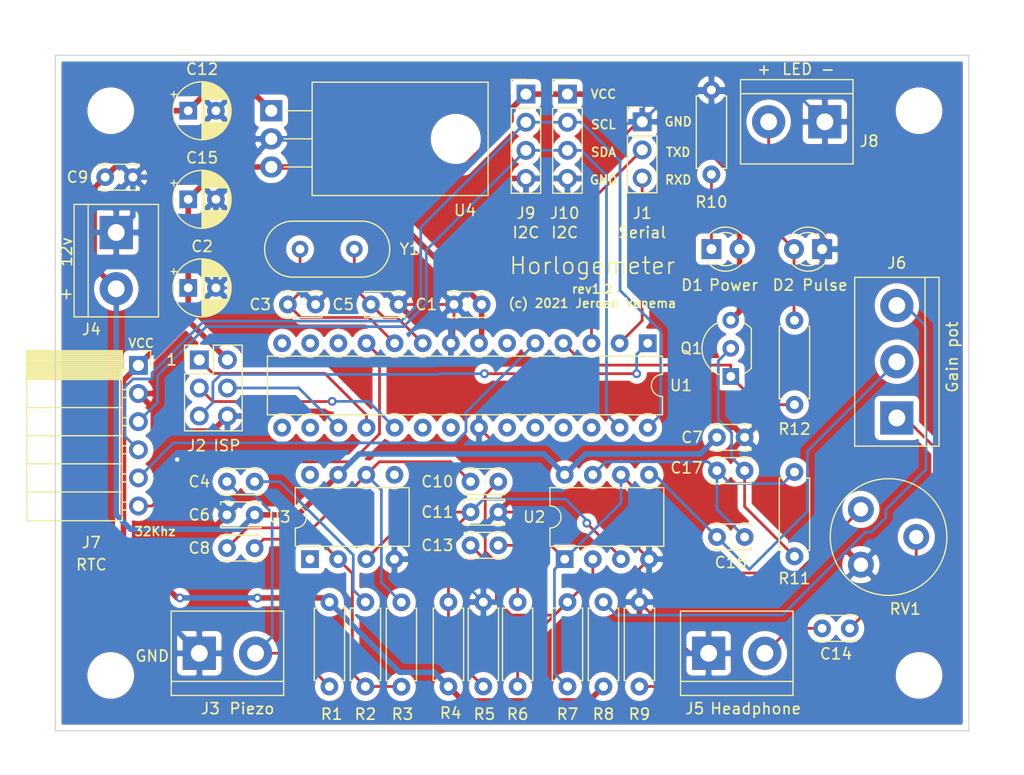
<source format=kicad_pcb>
(kicad_pcb (version 20171130) (host pcbnew 5.1.9-73d0e3b20d~88~ubuntu20.04.1)
  (title_block (date 2021-01-25) (rev 1.2))
  (layers (0 F.Cu signal) (31 B.Cu signal) (34 B.Paste user) (35 F.Paste user) (36 B.SilkS user) (37 F.SilkS user) (38 B.Mask user) (39 F.Mask user) (44 Edge.Cuts user))
  (net 0 "")
  (net 1 GND)
  (net 2 VCC)
  (net 3 "Net-(C3-Pad1)")
  (net 4 "Net-(C4-Pad2)")
  (net 5 "Net-(C4-Pad1)")
  (net 6 "Net-(C5-Pad1)")
  (net 7 +12V)
  (net 8 "Net-(C8-Pad2)")
  (net 9 "Net-(C10-Pad2)")
  (net 10 "Net-(C10-Pad1)")
  (net 11 "Net-(C11-Pad1)")
  (net 12 "Net-(C13-Pad2)")
  (net 13 "Net-(C13-Pad1)")
  (net 14 "Net-(C14-Pad2)")
  (net 15 "Net-(C14-Pad1)")
  (net 16 "Net-(C16-Pad2)")
  (net 17 "Net-(C16-Pad1)")
  (net 18 "Net-(C17-Pad2)")
  (net 19 "Net-(D1-Pad1)")
  (net 20 "Net-(D2-Pad2)")
  (net 21 /RXD)
  (net 22 /TXD)
  (net 23 "Net-(J2-Pad5)")
  (net 24 "Net-(J2-Pad4)")
  (net 25 "Net-(J2-Pad3)")
  (net 26 "Net-(J2-Pad1)")
  (net 27 "Net-(J6-Pad3)")
  (net 28 "Net-(J6-Pad1)")
  (net 29 /32Khz)
  (net 30 "Net-(J7-Pad5)")
  (net 31 /SCL)
  (net 32 /SDA)
  (net 33 "Net-(Q1-Pad1)")
  (net 34 "Net-(U1-Pad14)")
  (net 35 "Net-(U1-Pad13)")
  (net 36 "Net-(U1-Pad26)")
  (net 37 "Net-(U1-Pad12)")
  (net 38 "Net-(U1-Pad25)")
  (net 39 "Net-(U1-Pad24)")
  (net 40 "Net-(U1-Pad23)")
  (net 41 "Net-(U1-Pad21)")
  (net 42 "Net-(U1-Pad20)")
  (net 43 "Net-(U1-Pad6)")
  (net 44 "Net-(U1-Pad16)")
  (net 45 "Net-(U1-Pad15)")
  (net 46 "Net-(U3-Pad8)")
  (net 47 "Net-(U3-Pad5)")
  (net 48 "Net-(U3-Pad1)")
  (module Capacitor_THT:C_Disc_D3.4mm_W2.1mm_P2.50mm (layer F.Cu) (at 147.25 118.5 180)
    (fp_text reference C16 (at 1.25 -2.3) (layer F.SilkS))
    (fp_text value 1u)
    (pad 2 thru_hole circle (at 2.5 0 180) (size 1.6 1.6) (drill 0.8) (layers *.Cu *.Mask) (net 16 "Net-(C16-Pad2)"))
    (pad 1 thru_hole circle (at 0 0 180) (size 1.6 1.6) (drill 0.8) (layers *.Cu *.Mask) (net 17 "Net-(C16-Pad1)"))
  )
  (module MountingHole:MountingHole_3.2mm_M3 (layer F.Cu) (at 163 80)
    (fp_text reference REF** hide)
    (fp_text value MountingHole_3.2mm_M3)
    (pad 1 np_thru_hole circle (at 0 0) (size 3.2 3.2) (drill 3.2) (layers *.Cu *.Mask))
  )
  (module MountingHole:MountingHole_3.2mm_M3 (layer F.Cu) (at 163 131)
    (fp_text reference REF** hide)
    (fp_text value MountingHole_3.2mm_M3)
    (pad 1 np_thru_hole circle (at 0 0) (size 3.2 3.2) (drill 3.2) (layers *.Cu *.Mask))
  )
  (module MountingHole:MountingHole_3.2mm_M3 (layer F.Cu) (at 90 131)
    (fp_text reference REF** hide)
    (fp_text value MountingHole_3.2mm_M3)
    (pad 1 np_thru_hole circle (at 0 0) (size 3.2 3.2) (drill 3.2) (layers *.Cu *.Mask))
  )
  (module MountingHole:MountingHole_3.2mm_M3 (layer F.Cu) (at 90 80)
    (fp_text reference REF** hide)
    (fp_text value MountingHole_3.2mm_M3)
    (pad 1 np_thru_hole circle (at 0 0) (size 3.2 3.2) (drill 3.2) (layers *.Cu *.Mask))
  )
  (module Package_TO_SOT_THT:TO-220-3_Horizontal_TabDown (layer F.Cu) (at 104.5 80 270)
    (fp_text reference U4 (at 9 -17.5 180) (layer F.SilkS))
    (fp_text value L7805)
    (pad 3 thru_hole oval (at 5.08 0 270) (size 1.905 2) (drill 1.1) (layers *.Cu *.Mask) (net 2 VCC))
    (pad 2 thru_hole oval (at 2.54 0 270) (size 1.905 2) (drill 1.1) (layers *.Cu *.Mask) (net 1 GND))
    (pad 1 thru_hole rect (at 0 0 270) (size 1.905 2) (drill 1.1) (layers *.Cu *.Mask) (net 7 +12V))
    (pad "" np_thru_hole oval (at 2.54 -16.66 270) (size 3.5 3.5) (drill 3.5) (layers *.Cu *.Mask))
  )
  (module Crystal:Crystal_HC18-U_Vertical (layer F.Cu) (at 107.1 92.5)
    (fp_text reference Y1 (at 9.9 0) (layer F.SilkS))
    (fp_text value 16Mhz)
    (pad 2 thru_hole circle (at 4.9 0) (size 1.5 1.5) (drill 0.8) (layers *.Cu *.Mask) (net 6 "Net-(C5-Pad1)"))
    (pad 1 thru_hole circle (at 0 0) (size 1.5 1.5) (drill 0.8) (layers *.Cu *.Mask) (net 3 "Net-(C3-Pad1)"))
  )
  (module Package_DIP:DIP-8_W7.62mm (layer F.Cu) (at 108 120.5 90)
    (fp_text reference U3 (at 3.81 -2.75 180) (layer F.SilkS))
    (fp_text value OPA37GP)
    (pad 8 thru_hole oval (at 7.62 0 90) (size 1.6 1.6) (drill 0.8) (layers *.Cu *.Mask) (net 46 "Net-(U3-Pad8)"))
    (pad 4 thru_hole oval (at 0 7.62 90) (size 1.6 1.6) (drill 0.8) (layers *.Cu *.Mask) (net 1 GND))
    (pad 7 thru_hole oval (at 7.62 2.54 90) (size 1.6 1.6) (drill 0.8) (layers *.Cu *.Mask) (net 7 +12V))
    (pad 3 thru_hole oval (at 0 5.08 90) (size 1.6 1.6) (drill 0.8) (layers *.Cu *.Mask) (net 11 "Net-(C11-Pad1)"))
    (pad 6 thru_hole oval (at 7.62 5.08 90) (size 1.6 1.6) (drill 0.8) (layers *.Cu *.Mask) (net 9 "Net-(C10-Pad2)"))
    (pad 2 thru_hole oval (at 0 2.54 90) (size 1.6 1.6) (drill 0.8) (layers *.Cu *.Mask) (net 8 "Net-(C8-Pad2)"))
    (pad 5 thru_hole oval (at 7.62 7.62 90) (size 1.6 1.6) (drill 0.8) (layers *.Cu *.Mask) (net 47 "Net-(U3-Pad5)"))
    (pad 1 thru_hole rect (at 0 0 90) (size 1.6 1.6) (drill 0.8) (layers *.Cu *.Mask) (net 48 "Net-(U3-Pad1)"))
  )
  (module Package_DIP:DIP-8_W7.62mm (layer F.Cu) (at 131 120.5 90)
    (fp_text reference U2 (at 3.81 -2.75 180) (layer F.SilkS))
    (fp_text value TL072)
    (pad 8 thru_hole oval (at 7.62 0 90) (size 1.6 1.6) (drill 0.8) (layers *.Cu *.Mask) (net 7 +12V))
    (pad 4 thru_hole oval (at 0 7.62 90) (size 1.6 1.6) (drill 0.8) (layers *.Cu *.Mask) (net 1 GND))
    (pad 7 thru_hole oval (at 7.62 2.54 90) (size 1.6 1.6) (drill 0.8) (layers *.Cu *.Mask) (net 17 "Net-(C16-Pad1)"))
    (pad 3 thru_hole oval (at 0 5.08 90) (size 1.6 1.6) (drill 0.8) (layers *.Cu *.Mask) (net 11 "Net-(C11-Pad1)"))
    (pad 6 thru_hole oval (at 7.62 5.08 90) (size 1.6 1.6) (drill 0.8) (layers *.Cu *.Mask) (net 13 "Net-(C13-Pad1)"))
    (pad 2 thru_hole oval (at 0 2.54 90) (size 1.6 1.6) (drill 0.8) (layers *.Cu *.Mask) (net 12 "Net-(C13-Pad2)"))
    (pad 5 thru_hole oval (at 7.62 7.62 90) (size 1.6 1.6) (drill 0.8) (layers *.Cu *.Mask) (net 16 "Net-(C16-Pad2)"))
    (pad 1 thru_hole rect (at 0 0 90) (size 1.6 1.6) (drill 0.8) (layers *.Cu *.Mask) (net 13 "Net-(C13-Pad1)"))
  )
  (module Package_DIP:DIP-28_W7.62mm (layer F.Cu) (at 138.5 101 270)
    (fp_text reference U1 (at 3.81 -3 180) (layer F.SilkS))
    (fp_text value ATmega328P-PU)
    (pad 28 thru_hole oval (at 7.62 0 270) (size 1.6 1.6) (drill 0.8) (layers *.Cu *.Mask) (net 31 /SCL))
    (pad 14 thru_hole oval (at 0 33.02 270) (size 1.6 1.6) (drill 0.8) (layers *.Cu *.Mask) (net 34 "Net-(U1-Pad14)"))
    (pad 27 thru_hole oval (at 7.62 2.54 270) (size 1.6 1.6) (drill 0.8) (layers *.Cu *.Mask) (net 32 /SDA))
    (pad 13 thru_hole oval (at 0 30.48 270) (size 1.6 1.6) (drill 0.8) (layers *.Cu *.Mask) (net 35 "Net-(U1-Pad13)"))
    (pad 26 thru_hole oval (at 7.62 5.08 270) (size 1.6 1.6) (drill 0.8) (layers *.Cu *.Mask) (net 36 "Net-(U1-Pad26)"))
    (pad 12 thru_hole oval (at 0 27.94 270) (size 1.6 1.6) (drill 0.8) (layers *.Cu *.Mask) (net 37 "Net-(U1-Pad12)"))
    (pad 25 thru_hole oval (at 7.62 7.62 270) (size 1.6 1.6) (drill 0.8) (layers *.Cu *.Mask) (net 38 "Net-(U1-Pad25)"))
    (pad 11 thru_hole oval (at 0 25.4 270) (size 1.6 1.6) (drill 0.8) (layers *.Cu *.Mask) (net 29 /32Khz))
    (pad 24 thru_hole oval (at 7.62 10.16 270) (size 1.6 1.6) (drill 0.8) (layers *.Cu *.Mask) (net 39 "Net-(U1-Pad24)"))
    (pad 10 thru_hole oval (at 0 22.86 270) (size 1.6 1.6) (drill 0.8) (layers *.Cu *.Mask) (net 3 "Net-(C3-Pad1)"))
    (pad 23 thru_hole oval (at 7.62 12.7 270) (size 1.6 1.6) (drill 0.8) (layers *.Cu *.Mask) (net 40 "Net-(U1-Pad23)"))
    (pad 9 thru_hole oval (at 0 20.32 270) (size 1.6 1.6) (drill 0.8) (layers *.Cu *.Mask) (net 6 "Net-(C5-Pad1)"))
    (pad 22 thru_hole oval (at 7.62 15.24 270) (size 1.6 1.6) (drill 0.8) (layers *.Cu *.Mask) (net 1 GND))
    (pad 8 thru_hole oval (at 0 17.78 270) (size 1.6 1.6) (drill 0.8) (layers *.Cu *.Mask) (net 1 GND))
    (pad 21 thru_hole oval (at 7.62 17.78 270) (size 1.6 1.6) (drill 0.8) (layers *.Cu *.Mask) (net 41 "Net-(U1-Pad21)"))
    (pad 7 thru_hole oval (at 0 15.24 270) (size 1.6 1.6) (drill 0.8) (layers *.Cu *.Mask) (net 2 VCC))
    (pad 20 thru_hole oval (at 7.62 20.32 270) (size 1.6 1.6) (drill 0.8) (layers *.Cu *.Mask) (net 42 "Net-(U1-Pad20)"))
    (pad 6 thru_hole oval (at 0 12.7 270) (size 1.6 1.6) (drill 0.8) (layers *.Cu *.Mask) (net 43 "Net-(U1-Pad6)"))
    (pad 19 thru_hole oval (at 7.62 22.86 270) (size 1.6 1.6) (drill 0.8) (layers *.Cu *.Mask) (net 25 "Net-(J2-Pad3)"))
    (pad 5 thru_hole oval (at 0 10.16 270) (size 1.6 1.6) (drill 0.8) (layers *.Cu *.Mask) (net 30 "Net-(J7-Pad5)"))
    (pad 18 thru_hole oval (at 7.62 25.4 270) (size 1.6 1.6) (drill 0.8) (layers *.Cu *.Mask) (net 26 "Net-(J2-Pad1)"))
    (pad 4 thru_hole oval (at 0 7.62 270) (size 1.6 1.6) (drill 0.8) (layers *.Cu *.Mask) (net 33 "Net-(Q1-Pad1)"))
    (pad 17 thru_hole oval (at 7.62 27.94 270) (size 1.6 1.6) (drill 0.8) (layers *.Cu *.Mask) (net 24 "Net-(J2-Pad4)"))
    (pad 3 thru_hole oval (at 0 5.08 270) (size 1.6 1.6) (drill 0.8) (layers *.Cu *.Mask) (net 22 /TXD))
    (pad 16 thru_hole oval (at 7.62 30.48 270) (size 1.6 1.6) (drill 0.8) (layers *.Cu *.Mask) (net 44 "Net-(U1-Pad16)"))
    (pad 2 thru_hole oval (at 0 2.54 270) (size 1.6 1.6) (drill 0.8) (layers *.Cu *.Mask) (net 21 /RXD))
    (pad 15 thru_hole oval (at 7.62 33.02 270) (size 1.6 1.6) (drill 0.8) (layers *.Cu *.Mask) (net 45 "Net-(U1-Pad15)"))
    (pad 1 thru_hole rect (at 0 0 270) (size 1.6 1.6) (drill 0.8) (layers *.Cu *.Mask) (net 23 "Net-(J2-Pad5)"))
  )
  (module Potentiometer_THT:Potentiometer_Piher_PT-10-V05_Vertical (layer F.Cu) (at 157.75 121)
    (fp_text reference RV1 (at 4 4) (layer F.SilkS))
    (fp_text value 10k)
    (pad 1 thru_hole circle (at 0 0) (size 2.34 2.34) (drill 1.3) (layers *.Cu *.Mask) (net 1 GND))
    (pad 2 thru_hole circle (at 5 -2.5) (size 2.34 2.34) (drill 1.3) (layers *.Cu *.Mask) (net 15 "Net-(C14-Pad1)"))
    (pad 3 thru_hole circle (at 0 -5) (size 2.34 2.34) (drill 1.3) (layers *.Cu *.Mask) (net 13 "Net-(C13-Pad1)"))
  )
  (module Resistor_THT:R_Axial_DIN0207_L6.3mm_D2.5mm_P7.62mm_Horizontal (layer F.Cu) (at 151.75 106.55 90)
    (fp_text reference R12 (at -2.2 0 180) (layer F.SilkS))
    (fp_text value 1k)
    (pad 2 thru_hole oval (at 7.62 0 90) (size 1.6 1.6) (drill 0.8) (layers *.Cu *.Mask) (net 20 "Net-(D2-Pad2)"))
    (pad 1 thru_hole circle (at 0 0 90) (size 1.6 1.6) (drill 0.8) (layers *.Cu *.Mask) (net 33 "Net-(Q1-Pad1)"))
  )
  (module Resistor_THT:R_Axial_DIN0207_L6.3mm_D2.5mm_P7.62mm_Horizontal (layer F.Cu) (at 151.75 120.25 90)
    (fp_text reference R11 (at -2 0 180) (layer F.SilkS))
    (fp_text value 10k)
    (pad 2 thru_hole oval (at 7.62 0 90) (size 1.6 1.6) (drill 0.8) (layers *.Cu *.Mask) (net 17 "Net-(C16-Pad1)"))
    (pad 1 thru_hole circle (at 0 0 90) (size 1.6 1.6) (drill 0.8) (layers *.Cu *.Mask) (net 18 "Net-(C17-Pad2)"))
  )
  (module Resistor_THT:R_Axial_DIN0207_L6.3mm_D2.5mm_P7.62mm_Horizontal (layer F.Cu) (at 144.25 85.75 90)
    (fp_text reference R10 (at -2.5 0 180) (layer F.SilkS))
    (fp_text value 1k)
    (pad 2 thru_hole oval (at 7.62 0 90) (size 1.6 1.6) (drill 0.8) (layers *.Cu *.Mask) (net 1 GND))
    (pad 1 thru_hole circle (at 0 0 90) (size 1.6 1.6) (drill 0.8) (layers *.Cu *.Mask) (net 19 "Net-(D1-Pad1)"))
  )
  (module Resistor_THT:R_Axial_DIN0207_L6.3mm_D2.5mm_P7.62mm_Horizontal (layer F.Cu) (at 137.75 132 90)
    (fp_text reference R9 (at -2.5 0 180) (layer F.SilkS))
    (fp_text value 10k)
    (pad 2 thru_hole oval (at 7.62 0 90) (size 1.6 1.6) (drill 0.8) (layers *.Cu *.Mask) (net 1 GND))
    (pad 1 thru_hole circle (at 0 0 90) (size 1.6 1.6) (drill 0.8) (layers *.Cu *.Mask) (net 28 "Net-(J6-Pad1)"))
  )
  (module Resistor_THT:R_Axial_DIN0207_L6.3mm_D2.5mm_P7.62mm_Horizontal (layer F.Cu) (at 134.5 132 90)
    (fp_text reference R8 (at -2.5 0 180) (layer F.SilkS))
    (fp_text value 10k)
    (pad 2 thru_hole oval (at 7.62 0 90) (size 1.6 1.6) (drill 0.8) (layers *.Cu *.Mask) (net 27 "Net-(J6-Pad3)"))
    (pad 1 thru_hole circle (at 0 0 90) (size 1.6 1.6) (drill 0.8) (layers *.Cu *.Mask) (net 2 VCC))
  )
  (module Resistor_THT:R_Axial_DIN0207_L6.3mm_D2.5mm_P7.62mm_Horizontal (layer F.Cu) (at 131.25 132 90)
    (fp_text reference R7 (at -2.5 0 180) (layer F.SilkS))
    (fp_text value 470k)
    (pad 2 thru_hole oval (at 7.62 0 90) (size 1.6 1.6) (drill 0.8) (layers *.Cu *.Mask) (net 12 "Net-(C13-Pad2)"))
    (pad 1 thru_hole circle (at 0 0 90) (size 1.6 1.6) (drill 0.8) (layers *.Cu *.Mask) (net 13 "Net-(C13-Pad1)"))
  )
  (module Resistor_THT:R_Axial_DIN0207_L6.3mm_D2.5mm_P7.62mm_Horizontal (layer F.Cu) (at 126.75 132 90)
    (fp_text reference R6 (at -2.5 0 180) (layer F.SilkS))
    (fp_text value 4k7)
    (pad 2 thru_hole oval (at 7.62 0 90) (size 1.6 1.6) (drill 0.8) (layers *.Cu *.Mask) (net 10 "Net-(C10-Pad1)"))
    (pad 1 thru_hole circle (at 0 0 90) (size 1.6 1.6) (drill 0.8) (layers *.Cu *.Mask) (net 12 "Net-(C13-Pad2)"))
  )
  (module Resistor_THT:R_Axial_DIN0207_L6.3mm_D2.5mm_P7.62mm_Horizontal (layer F.Cu) (at 123.65 132 90)
    (fp_text reference R5 (at -2.5 0.1 180) (layer F.SilkS))
    (fp_text value 10k)
    (pad 2 thru_hole oval (at 7.62 0 90) (size 1.6 1.6) (drill 0.8) (layers *.Cu *.Mask) (net 1 GND))
    (pad 1 thru_hole circle (at 0 0 90) (size 1.6 1.6) (drill 0.8) (layers *.Cu *.Mask) (net 11 "Net-(C11-Pad1)"))
  )
  (module Resistor_THT:R_Axial_DIN0207_L6.3mm_D2.5mm_P7.62mm_Horizontal (layer F.Cu) (at 120.5 132 90)
    (fp_text reference R4 (at -2.4 0.2 180) (layer F.SilkS))
    (fp_text value 10k)
    (pad 2 thru_hole oval (at 7.62 0 90) (size 1.6 1.6) (drill 0.8) (layers *.Cu *.Mask) (net 11 "Net-(C11-Pad1)"))
    (pad 1 thru_hole circle (at 0 0 90) (size 1.6 1.6) (drill 0.8) (layers *.Cu *.Mask) (net 2 VCC))
  )
  (module Resistor_THT:R_Axial_DIN0207_L6.3mm_D2.5mm_P7.62mm_Horizontal (layer F.Cu) (at 116.25 124.4 270)
    (fp_text reference R3 (at 10.1 -0.1 180) (layer F.SilkS))
    (fp_text value 470k)
    (pad 2 thru_hole oval (at 7.62 0 270) (size 1.6 1.6) (drill 0.8) (layers *.Cu *.Mask) (net 8 "Net-(C8-Pad2)"))
    (pad 1 thru_hole circle (at 0 0 270) (size 1.6 1.6) (drill 0.8) (layers *.Cu *.Mask) (net 9 "Net-(C10-Pad2)"))
  )
  (module Resistor_THT:R_Axial_DIN0207_L6.3mm_D2.5mm_P7.62mm_Horizontal (layer F.Cu) (at 113 132 90)
    (fp_text reference R2 (at -2.5 0 180) (layer F.SilkS))
    (fp_text value 4k7)
    (pad 2 thru_hole oval (at 7.62 0 90) (size 1.6 1.6) (drill 0.8) (layers *.Cu *.Mask) (net 4 "Net-(C4-Pad2)"))
    (pad 1 thru_hole circle (at 0 0 90) (size 1.6 1.6) (drill 0.8) (layers *.Cu *.Mask) (net 8 "Net-(C8-Pad2)"))
  )
  (module Resistor_THT:R_Axial_DIN0207_L6.3mm_D2.5mm_P7.62mm_Horizontal (layer F.Cu) (at 109.75 132 90)
    (fp_text reference R1 (at -2.5 0.2 180) (layer F.SilkS))
    (fp_text value 22k)
    (pad 2 thru_hole oval (at 7.62 0 90) (size 1.6 1.6) (drill 0.8) (layers *.Cu *.Mask) (net 2 VCC))
    (pad 1 thru_hole circle (at 0 0 90) (size 1.6 1.6) (drill 0.8) (layers *.Cu *.Mask) (net 5 "Net-(C4-Pad1)"))
  )
  (module Package_TO_SOT_THT:TO-92_Inline_Wide (layer F.Cu) (at 146 104 90)
    (fp_text reference Q1 (at 2.54 -3.56 180) (layer F.SilkS))
    (fp_text value BC327)
    (pad 1 thru_hole rect (at 0 0 90) (size 1.5 1.5) (drill 0.8) (layers *.Cu *.Mask) (net 33 "Net-(Q1-Pad1)"))
    (pad 3 thru_hole circle (at 5.08 0 90) (size 1.5 1.5) (drill 0.8) (layers *.Cu *.Mask) (net 2 VCC))
    (pad 2 thru_hole circle (at 2.54 0 90) (size 1.5 1.5) (drill 0.8) (layers *.Cu *.Mask) (net 18 "Net-(C17-Pad2)"))
  )
  (module Connector_PinHeader_2.54mm:PinHeader_1x04_P2.54mm_Vertical (layer F.Cu) (at 131.25 78.5)
    (fp_text reference J10 (at -0.25 10.75) (layer F.SilkS))
    (fp_text value "I2c spare")
    (pad 4 thru_hole oval (at 0 7.62) (size 1.7 1.7) (drill 1) (layers *.Cu *.Mask) (net 1 GND))
    (pad 3 thru_hole oval (at 0 5.08) (size 1.7 1.7) (drill 1) (layers *.Cu *.Mask) (net 32 /SDA))
    (pad 2 thru_hole oval (at 0 2.54) (size 1.7 1.7) (drill 1) (layers *.Cu *.Mask) (net 31 /SCL))
    (pad 1 thru_hole rect (at 0 0) (size 1.7 1.7) (drill 1) (layers *.Cu *.Mask) (net 2 VCC))
  )
  (module Connector_PinHeader_2.54mm:PinHeader_1x04_P2.54mm_Vertical (layer F.Cu) (at 127.5 78.5)
    (fp_text reference J9 (at 0 10.75) (layer F.SilkS))
    (fp_text value "I2c display connector")
    (pad 4 thru_hole oval (at 0 7.62) (size 1.7 1.7) (drill 1) (layers *.Cu *.Mask) (net 1 GND))
    (pad 3 thru_hole oval (at 0 5.08) (size 1.7 1.7) (drill 1) (layers *.Cu *.Mask) (net 32 /SDA))
    (pad 2 thru_hole oval (at 0 2.54) (size 1.7 1.7) (drill 1) (layers *.Cu *.Mask) (net 31 /SCL))
    (pad 1 thru_hole rect (at 0 0) (size 1.7 1.7) (drill 1) (layers *.Cu *.Mask) (net 2 VCC))
  )
  (module TerminalBlock:TerminalBlock_bornier-2_P5.08mm (layer F.Cu) (at 154.5 81 180)
    (fp_text reference J8 (at -4 -1.75) (layer F.SilkS))
    (fp_text value "External LED")
    (pad 2 thru_hole circle (at 5.08 0 180) (size 3 3) (drill 1.52) (layers *.Cu *.Mask) (net 20 "Net-(D2-Pad2)"))
    (pad 1 thru_hole rect (at 0 0 180) (size 3 3) (drill 1.52) (layers *.Cu *.Mask) (net 1 GND))
  )
  (module Connector_PinSocket_2.54mm:PinSocket_1x06_P2.54mm_Horizontal (layer F.Cu) (at 92.5 103)
    (fp_text reference J7 (at -4.25 16) (layer F.SilkS))
    (fp_text value "RTC connector board")
    (pad 6 thru_hole oval (at 0 12.7) (size 1.7 1.7) (drill 1) (layers *.Cu *.Mask) (net 29 /32Khz))
    (pad 5 thru_hole oval (at 0 10.16) (size 1.7 1.7) (drill 1) (layers *.Cu *.Mask) (net 30 "Net-(J7-Pad5)"))
    (pad 4 thru_hole oval (at 0 7.62) (size 1.7 1.7) (drill 1) (layers *.Cu *.Mask) (net 31 /SCL))
    (pad 3 thru_hole oval (at 0 5.08) (size 1.7 1.7) (drill 1) (layers *.Cu *.Mask) (net 32 /SDA))
    (pad 2 thru_hole oval (at 0 2.54) (size 1.7 1.7) (drill 1) (layers *.Cu *.Mask) (net 1 GND))
    (pad 1 thru_hole rect (at 0 0) (size 1.7 1.7) (drill 1) (layers *.Cu *.Mask) (net 2 VCC))
  )
  (module TerminalBlock:TerminalBlock_bornier-3_P5.08mm (layer F.Cu) (at 161 107.75 90)
    (fp_text reference J6 (at 14 0 180) (layer F.SilkS))
    (fp_text value "Gain pot 10k")
    (pad 3 thru_hole circle (at 10.16 0 90) (size 3 3) (drill 1.52) (layers *.Cu *.Mask) (net 27 "Net-(J6-Pad3)"))
    (pad 2 thru_hole circle (at 5.08 0 90) (size 3 3) (drill 1.52) (layers *.Cu *.Mask) (net 16 "Net-(C16-Pad2)"))
    (pad 1 thru_hole rect (at 0 0 90) (size 3 3) (drill 1.52) (layers *.Cu *.Mask) (net 28 "Net-(J6-Pad1)"))
  )
  (module TerminalBlock:TerminalBlock_bornier-2_P5.08mm (layer F.Cu) (at 144 129)
    (fp_text reference J5 (at -1.25 5) (layer F.SilkS))
    (fp_text value Headphones)
    (pad 2 thru_hole circle (at 5.08 0) (size 3 3) (drill 1.52) (layers *.Cu *.Mask) (net 14 "Net-(C14-Pad2)"))
    (pad 1 thru_hole rect (at 0 0) (size 3 3) (drill 1.52) (layers *.Cu *.Mask) (net 1 GND))
  )
  (module TerminalBlock:TerminalBlock_bornier-2_P5.08mm (layer F.Cu) (at 90.5 91 270)
    (fp_text reference J4 (at 8.75 2.25 180) (layer F.SilkS))
    (fp_text value "12v input")
    (pad 2 thru_hole circle (at 5.08 0 270) (size 3 3) (drill 1.52) (layers *.Cu *.Mask) (net 7 +12V))
    (pad 1 thru_hole rect (at 0 0 270) (size 3 3) (drill 1.52) (layers *.Cu *.Mask) (net 1 GND))
  )
  (module TerminalBlock:TerminalBlock_bornier-2_P5.08mm (layer F.Cu) (at 98 129)
    (fp_text reference J3 (at 1 5) (layer F.SilkS))
    (fp_text value "Piezo microphone")
    (pad 2 thru_hole circle (at 5.08 0) (size 3 3) (drill 1.52) (layers *.Cu *.Mask) (net 5 "Net-(C4-Pad1)"))
    (pad 1 thru_hole rect (at 0 0) (size 3 3) (drill 1.52) (layers *.Cu *.Mask) (net 1 GND))
  )
  (module Connector_PinHeader_2.54mm:PinHeader_2x03_P2.54mm_Vertical (layer F.Cu) (at 98 102.5)
    (fp_text reference J2 (at -0.25 7.75) (layer F.SilkS))
    (fp_text value AVR-ISP-6)
    (pad 6 thru_hole oval (at 2.54 5.08) (size 1.7 1.7) (drill 1) (layers *.Cu *.Mask) (net 1 GND))
    (pad 5 thru_hole oval (at 0 5.08) (size 1.7 1.7) (drill 1) (layers *.Cu *.Mask) (net 23 "Net-(J2-Pad5)"))
    (pad 4 thru_hole oval (at 2.54 2.54) (size 1.7 1.7) (drill 1) (layers *.Cu *.Mask) (net 24 "Net-(J2-Pad4)"))
    (pad 3 thru_hole oval (at 0 2.54) (size 1.7 1.7) (drill 1) (layers *.Cu *.Mask) (net 25 "Net-(J2-Pad3)"))
    (pad 2 thru_hole oval (at 2.54 0) (size 1.7 1.7) (drill 1) (layers *.Cu *.Mask) (net 2 VCC))
    (pad 1 thru_hole rect (at 0 0) (size 1.7 1.7) (drill 1) (layers *.Cu *.Mask) (net 26 "Net-(J2-Pad1)"))
  )
  (module Connector_PinHeader_2.54mm:PinHeader_1x03_P2.54mm_Vertical (layer F.Cu) (at 138 81)
    (fp_text reference J1 (at 0 8.25) (layer F.SilkS))
    (fp_text value "Serial header")
    (pad 3 thru_hole oval (at 0 5.08) (size 1.7 1.7) (drill 1) (layers *.Cu *.Mask) (net 21 /RXD))
    (pad 2 thru_hole oval (at 0 2.54) (size 1.7 1.7) (drill 1) (layers *.Cu *.Mask) (net 22 /TXD))
    (pad 1 thru_hole rect (at 0 0) (size 1.7 1.7) (drill 1) (layers *.Cu *.Mask) (net 1 GND))
  )
  (module LED_THT:LED_D3.0mm (layer F.Cu) (at 154.25 92.5 180)
    (fp_text reference D2 (at 3.5 -3.25) (layer F.SilkS))
    (fp_text value Pulse)
    (pad 2 thru_hole circle (at 2.54 0 180) (size 1.8 1.8) (drill 0.9) (layers *.Cu *.Mask) (net 20 "Net-(D2-Pad2)"))
    (pad 1 thru_hole rect (at 0 0 180) (size 1.8 1.8) (drill 0.9) (layers *.Cu *.Mask) (net 1 GND))
  )
  (module LED_THT:LED_D3.0mm (layer F.Cu) (at 144.25 92.5)
    (fp_text reference D1 (at -1.75 3.25) (layer F.SilkS))
    (fp_text value power)
    (pad 2 thru_hole circle (at 2.54 0) (size 1.8 1.8) (drill 0.9) (layers *.Cu *.Mask) (net 2 VCC))
    (pad 1 thru_hole rect (at 0 0) (size 1.8 1.8) (drill 0.9) (layers *.Cu *.Mask) (net 19 "Net-(D1-Pad1)"))
  )
  (module Capacitor_THT:C_Disc_D3.4mm_W2.1mm_P2.50mm (layer F.Cu) (at 144.75 112.5)
    (fp_text reference C17 (at -2.75 -0.25) (layer F.SilkS))
    (fp_text value 10n)
    (pad 2 thru_hole circle (at 2.5 0) (size 1.6 1.6) (drill 0.8) (layers *.Cu *.Mask) (net 18 "Net-(C17-Pad2)"))
    (pad 1 thru_hole circle (at 0 0) (size 1.6 1.6) (drill 0.8) (layers *.Cu *.Mask) (net 17 "Net-(C16-Pad1)"))
  )
  (module Capacitor_THT:CP_Radial_D5.0mm_P2.50mm (layer F.Cu) (at 97 88)
    (fp_text reference C15 (at 1.25 -3.75) (layer F.SilkS))
    (fp_text value 0,1u)
    (pad 2 thru_hole circle (at 2.5 0) (size 1.6 1.6) (drill 0.8) (layers *.Cu *.Mask) (net 1 GND))
    (pad 1 thru_hole rect (at 0 0) (size 1.6 1.6) (drill 0.8) (layers *.Cu *.Mask) (net 2 VCC))
  )
  (module Capacitor_THT:C_Disc_D3.4mm_W2.1mm_P2.50mm (layer F.Cu) (at 156.75 126.75 180)
    (fp_text reference C14 (at 1.25 -2.3) (layer F.SilkS))
    (fp_text value 100n)
    (pad 2 thru_hole circle (at 2.5 0 180) (size 1.6 1.6) (drill 0.8) (layers *.Cu *.Mask) (net 14 "Net-(C14-Pad2)"))
    (pad 1 thru_hole circle (at 0 0 180) (size 1.6 1.6) (drill 0.8) (layers *.Cu *.Mask) (net 15 "Net-(C14-Pad1)"))
  )
  (module Capacitor_THT:C_Disc_D3.4mm_W2.1mm_P2.50mm (layer F.Cu) (at 125 119.25 180)
    (fp_text reference C13 (at 5.5 0) (layer F.SilkS))
    (fp_text value 100p)
    (pad 2 thru_hole circle (at 2.5 0 180) (size 1.6 1.6) (drill 0.8) (layers *.Cu *.Mask) (net 12 "Net-(C13-Pad2)"))
    (pad 1 thru_hole circle (at 0 0 180) (size 1.6 1.6) (drill 0.8) (layers *.Cu *.Mask) (net 13 "Net-(C13-Pad1)"))
  )
  (module Capacitor_THT:CP_Radial_D5.0mm_P2.50mm (layer F.Cu) (at 97 80)
    (fp_text reference C12 (at 1.25 -3.75) (layer F.SilkS))
    (fp_text value 220u)
    (pad 2 thru_hole circle (at 2.5 0) (size 1.6 1.6) (drill 0.8) (layers *.Cu *.Mask) (net 1 GND))
    (pad 1 thru_hole rect (at 0 0) (size 1.6 1.6) (drill 0.8) (layers *.Cu *.Mask) (net 7 +12V))
  )
  (module Capacitor_THT:C_Disc_D3.4mm_W2.1mm_P2.50mm (layer F.Cu) (at 122.5 116.25)
    (fp_text reference C11 (at -3 0) (layer F.SilkS))
    (fp_text value 100n)
    (pad 2 thru_hole circle (at 2.5 0) (size 1.6 1.6) (drill 0.8) (layers *.Cu *.Mask) (net 1 GND))
    (pad 1 thru_hole circle (at 0 0) (size 1.6 1.6) (drill 0.8) (layers *.Cu *.Mask) (net 11 "Net-(C11-Pad1)"))
  )
  (module Capacitor_THT:C_Disc_D3.4mm_W2.1mm_P2.50mm (layer F.Cu) (at 125 113.5 180)
    (fp_text reference C10 (at 5.5 0) (layer F.SilkS))
    (fp_text value 10n)
    (pad 2 thru_hole circle (at 2.5 0 180) (size 1.6 1.6) (drill 0.8) (layers *.Cu *.Mask) (net 9 "Net-(C10-Pad2)"))
    (pad 1 thru_hole circle (at 0 0 180) (size 1.6 1.6) (drill 0.8) (layers *.Cu *.Mask) (net 10 "Net-(C10-Pad1)"))
  )
  (module Capacitor_THT:C_Disc_D3.4mm_W2.1mm_P2.50mm (layer F.Cu) (at 89.5 86)
    (fp_text reference C9 (at -2.5 0) (layer F.SilkS))
    (fp_text value 100n)
    (pad 2 thru_hole circle (at 2.5 0) (size 1.6 1.6) (drill 0.8) (layers *.Cu *.Mask) (net 1 GND))
    (pad 1 thru_hole circle (at 0 0) (size 1.6 1.6) (drill 0.8) (layers *.Cu *.Mask) (net 7 +12V))
  )
  (module Capacitor_THT:C_Disc_D3.4mm_W2.1mm_P2.50mm (layer F.Cu) (at 100.5 119.5)
    (fp_text reference C8 (at -2.5 0) (layer F.SilkS))
    (fp_text value 220p)
    (pad 2 thru_hole circle (at 2.5 0) (size 1.6 1.6) (drill 0.8) (layers *.Cu *.Mask) (net 8 "Net-(C8-Pad2)"))
    (pad 1 thru_hole circle (at 0 0) (size 1.6 1.6) (drill 0.8) (layers *.Cu *.Mask) (net 9 "Net-(C10-Pad2)"))
  )
  (module Capacitor_THT:C_Disc_D3.4mm_W2.1mm_P2.50mm (layer F.Cu) (at 144.75 109.5)
    (fp_text reference C7 (at -2.25 0) (layer F.SilkS))
    (fp_text value 100n)
    (pad 2 thru_hole circle (at 2.5 0) (size 1.6 1.6) (drill 0.8) (layers *.Cu *.Mask) (net 1 GND))
    (pad 1 thru_hole circle (at 0 0) (size 1.6 1.6) (drill 0.8) (layers *.Cu *.Mask) (net 7 +12V))
  )
  (module Capacitor_THT:C_Disc_D3.4mm_W2.1mm_P2.50mm (layer F.Cu) (at 103 116.5 180)
    (fp_text reference C6 (at 5 0) (layer F.SilkS))
    (fp_text value 100n)
    (pad 2 thru_hole circle (at 2.5 0 180) (size 1.6 1.6) (drill 0.8) (layers *.Cu *.Mask) (net 1 GND))
    (pad 1 thru_hole circle (at 0 0 180) (size 1.6 1.6) (drill 0.8) (layers *.Cu *.Mask) (net 7 +12V))
  )
  (module Capacitor_THT:C_Disc_D3.4mm_W2.1mm_P2.50mm (layer F.Cu) (at 113.5 97.5)
    (fp_text reference C5 (at -2.5 0) (layer F.SilkS))
    (fp_text value 22p)
    (pad 2 thru_hole circle (at 2.5 0) (size 1.6 1.6) (drill 0.8) (layers *.Cu *.Mask) (net 1 GND))
    (pad 1 thru_hole circle (at 0 0) (size 1.6 1.6) (drill 0.8) (layers *.Cu *.Mask) (net 6 "Net-(C5-Pad1)"))
  )
  (module Capacitor_THT:C_Disc_D3.4mm_W2.1mm_P2.50mm (layer F.Cu) (at 100.5 113.5)
    (fp_text reference C4 (at -2.5 0) (layer F.SilkS))
    (fp_text value 100n)
    (pad 2 thru_hole circle (at 2.5 0) (size 1.6 1.6) (drill 0.8) (layers *.Cu *.Mask) (net 4 "Net-(C4-Pad2)"))
    (pad 1 thru_hole circle (at 0 0) (size 1.6 1.6) (drill 0.8) (layers *.Cu *.Mask) (net 5 "Net-(C4-Pad1)"))
  )
  (module Capacitor_THT:C_Disc_D3.4mm_W2.1mm_P2.50mm (layer F.Cu) (at 106 97.5)
    (fp_text reference C3 (at -2.5 0) (layer F.SilkS))
    (fp_text value 22p)
    (pad 2 thru_hole circle (at 2.5 0) (size 1.6 1.6) (drill 0.8) (layers *.Cu *.Mask) (net 1 GND))
    (pad 1 thru_hole circle (at 0 0) (size 1.6 1.6) (drill 0.8) (layers *.Cu *.Mask) (net 3 "Net-(C3-Pad1)"))
  )
  (module Capacitor_THT:CP_Radial_D5.0mm_P2.50mm (layer F.Cu) (at 97 96)
    (fp_text reference C2 (at 1.25 -3.75) (layer F.SilkS))
    (fp_text value 10u)
    (pad 2 thru_hole circle (at 2.5 0) (size 1.6 1.6) (drill 0.8) (layers *.Cu *.Mask) (net 1 GND))
    (pad 1 thru_hole rect (at 0 0) (size 1.6 1.6) (drill 0.8) (layers *.Cu *.Mask) (net 2 VCC))
  )
  (module Capacitor_THT:C_Disc_D3.4mm_W2.1mm_P2.50mm (layer F.Cu) (at 123.5 97.5 180)
    (fp_text reference C1 (at 5 0) (layer F.SilkS))
    (fp_text value 100n)
    (pad 2 thru_hole circle (at 2.5 0 180) (size 1.6 1.6) (drill 0.8) (layers *.Cu *.Mask) (net 1 GND))
    (pad 1 thru_hole circle (at 0 0 180) (size 1.6 1.6) (drill 0.8) (layers *.Cu *.Mask) (net 2 VCC))
  )
  (gr_text 32Khz (at 94 118) (layer F.SilkS) (effects (font (size 0.8 0.8))))
  (gr_text VCC (at 92.75 101) (layer F.SilkS) (effects (font (size 0.8 0.8))))
  (gr_text GND (at 93.75 129.25) (layer F.SilkS) (effects (font (size 1 1))))
  (gr_text Horlogemeter (at 133.5 94) (layer F.SilkS) (effects (font (size 1.5 1.5))))
  (gr_text "rev1.2\n(c) 2021 Jeroen Venema" (at 133.5 96.75) (layer F.SilkS) (effects (font (size 0.8 0.8))))
  (gr_text Pulse (at 154.5 95.75) (layer F.SilkS) (effects (font (size 1 1))))
  (gr_text Power (at 146.25 95.75) (layer F.SilkS) (effects (font (size 1 1))))
  (gr_text 1 (at 95.5 102.5) (layer F.SilkS) (effects (font (size 1 1))))
  (gr_text ISP (at 100.5 110.25) (layer F.SilkS) (effects (font (size 1 1))))
  (gr_text Serial (at 138 91) (layer F.SilkS) (effects (font (size 1 1))))
  (gr_text I2C (at 131 91) (layer F.SilkS) (effects (font (size 1 1))))
  (gr_text I2C (at 127.5 91) (layer F.SilkS) (effects (font (size 1 1))))
  (gr_text GND (at 141.25 81) (layer F.SilkS) (effects (font (size 0.8 0.8))))
  (gr_text RXD (at 141.25 86.25) (layer F.SilkS) (effects (font (size 0.8 0.8))))
  (gr_text TXD (at 141.25 83.75) (layer F.SilkS) (effects (font (size 0.8 0.8))))
  (gr_text GND (at 134.5 86.25) (layer F.SilkS) (effects (font (size 0.8 0.8))))
  (gr_text SDA (at 134.5 83.75) (layer F.SilkS) (effects (font (size 0.8 0.8))))
  (gr_text SCL (at 134.5 81.25) (layer F.SilkS) (effects (font (size 0.8 0.8))))
  (gr_text VCC (at 134.5 78.5) (layer F.SilkS) (effects (font (size 0.8 0.8))))
  (gr_text Headphone (at 148.25 134) (layer F.SilkS) (effects (font (size 1 1))))
  (gr_text + (at 86 96.5) (layer F.SilkS) (effects (font (size 1 1))))
  (gr_text 12v (at 86 92.75 90) (layer F.SilkS) (effects (font (size 1 1))))
  (gr_text RTC (at 88.25 121) (layer F.SilkS) (effects (font (size 1 1))))
  (gr_text Piezo (at 102.75 134) (layer F.SilkS) (effects (font (size 1 1))))
  (gr_text "Gain pot" (at 166 102.25 90) (layer F.SilkS) (effects (font (size 1 1))))
  (gr_text - (at 154.75 76.25) (layer F.SilkS) (effects (font (size 1 1))))
  (gr_text + (at 149 76.25) (layer F.SilkS) (effects (font (size 1 1))))
  (gr_text LED (at 152 76.25) (layer F.SilkS) (effects (font (size 1 1))))
  (gr_line (start 167.5 75) (end 167.5 136) (layer Edge.Cuts) (width 0.1))
  (gr_line (start 85 75) (end 167.5 75) (layer Edge.Cuts) (width 0.1))
  (gr_line (start 85 136) (end 85 75) (layer Edge.Cuts) (width 0.1))
  (gr_line (start 167.5 136) (end 85 136) (layer Edge.Cuts) (width 0.1))
  (segment (start 107 96) (end 108.5 97.5) (width 0.25) (layer B.Cu) (net 1))
  (segment (start 99.5 96) (end 107 96) (width 0.25) (layer B.Cu) (net 1))
  (segment (start 116 97.5) (end 121 97.5) (width 0.25) (layer F.Cu) (net 1))
  (segment (start 121 100.72) (end 120.72 101) (width 0.25) (layer F.Cu) (net 1))
  (segment (start 121 97.5) (end 121 100.72) (width 0.25) (layer F.Cu) (net 1))
  (segment (start 99.5 87.54) (end 99.5 88) (width 0.5) (layer B.Cu) (net 1))
  (segment (start 104.5 82.54) (end 99.5 87.54) (width 0.5) (layer B.Cu) (net 1))
  (segment (start 99.5 88) (end 99.5 96) (width 0.5) (layer B.Cu) (net 1))
  (segment (start 102.04 82.54) (end 104.5 82.54) (width 0.5) (layer B.Cu) (net 1))
  (segment (start 99.5 80) (end 102.04 82.54) (width 0.5) (layer B.Cu) (net 1))
  (segment (start 97.5 86) (end 92 86) (width 0.5) (layer B.Cu) (net 1))
  (segment (start 99.5 88) (end 97.5 86) (width 0.5) (layer B.Cu) (net 1))
  (segment (start 92 89.5) (end 90.5 91) (width 0.5) (layer B.Cu) (net 1))
  (segment (start 92 86) (end 92 89.5) (width 0.5) (layer B.Cu) (net 1))
  (segment (start 127.5 91) (end 121 97.5) (width 0.25) (layer B.Cu) (net 1))
  (segment (start 127.5 86.12) (end 127.5 91) (width 0.25) (layer B.Cu) (net 1))
  (segment (start 138 81) (end 137.62 81) (width 0.25) (layer F.Cu) (net 1))
  (segment (start 140.62 78.38) (end 138 81) (width 0.25) (layer B.Cu) (net 1))
  (segment (start 143 78.38) (end 140.62 78.38) (width 0.25) (layer B.Cu) (net 1))
  (segment (start 151.88 78.38) (end 154.5 81) (width 0.25) (layer B.Cu) (net 1))
  (segment (start 154.5 92.25) (end 154.25 92.5) (width 0.25) (layer F.Cu) (net 1))
  (segment (start 154.5 81) (end 154.5 92.25) (width 0.25) (layer F.Cu) (net 1))
  (segment (start 123.26 108.62) (end 126.5 111.86) (width 0.25) (layer F.Cu) (net 1))
  (segment (start 126.5 114.75) (end 125 116.25) (width 0.25) (layer F.Cu) (net 1))
  (segment (start 126.5 111.86) (end 126.5 114.75) (width 0.25) (layer F.Cu) (net 1))
  (segment (start 134.37 116.25) (end 138.62 120.5) (width 0.25) (layer F.Cu) (net 1))
  (segment (start 125 116.25) (end 134.37 116.25) (width 0.25) (layer F.Cu) (net 1))
  (segment (start 119.77 120.5) (end 123.65 124.38) (width 0.25) (layer B.Cu) (net 1))
  (segment (start 115.62 120.5) (end 119.77 120.5) (width 0.25) (layer B.Cu) (net 1))
  (segment (start 122.585997 117.425001) (end 119.77 120.240998) (width 0.25) (layer B.Cu) (net 1))
  (segment (start 123.824999 117.425001) (end 122.585997 117.425001) (width 0.25) (layer B.Cu) (net 1))
  (segment (start 119.77 120.240998) (end 119.77 120.5) (width 0.25) (layer B.Cu) (net 1))
  (segment (start 125 116.25) (end 123.824999 117.425001) (width 0.25) (layer B.Cu) (net 1))
  (segment (start 98 119) (end 98 129) (width 0.25) (layer F.Cu) (net 1))
  (segment (start 100.5 116.5) (end 98 119) (width 0.25) (layer F.Cu) (net 1))
  (segment (start 142.37 129) (end 137.75 124.38) (width 0.25) (layer F.Cu) (net 1))
  (segment (start 144 129) (end 142.37 129) (width 0.25) (layer F.Cu) (net 1))
  (segment (start 137.75 121.37) (end 138.62 120.5) (width 0.25) (layer F.Cu) (net 1))
  (segment (start 137.75 124.38) (end 137.75 121.37) (width 0.25) (layer F.Cu) (net 1))
  (segment (start 109.675001 96.324999) (end 114.824999 96.324999) (width 0.25) (layer B.Cu) (net 1))
  (segment (start 108.5 97.5) (end 109.675001 96.324999) (width 0.25) (layer B.Cu) (net 1))
  (segment (start 114.824999 96.324999) (end 116 97.5) (width 0.25) (layer B.Cu) (net 1))
  (segment (start 89.539999 94.079999) (end 87 96.619998) (width 0.5) (layer B.Cu) (net 1))
  (segment (start 97.579999 94.079999) (end 89.539999 94.079999) (width 0.5) (layer B.Cu) (net 1))
  (segment (start 99.5 96) (end 97.579999 94.079999) (width 0.5) (layer B.Cu) (net 1))
  (segment (start 87 118) (end 98 129) (width 0.5) (layer B.Cu) (net 1))
  (segment (start 87 96.619998) (end 87 118) (width 0.5) (layer B.Cu) (net 1))
  (segment (start 95.890001 108.930001) (end 92.5 105.54) (width 0.5) (layer F.Cu) (net 1))
  (segment (start 99.189999 108.930001) (end 95.890001 108.930001) (width 0.5) (layer F.Cu) (net 1))
  (segment (start 100.54 107.58) (end 99.189999 108.930001) (width 0.5) (layer F.Cu) (net 1))
  (segment (start 93.850001 106.890001) (end 93.850001 109.350001) (width 0.5) (layer F.Cu) (net 1))
  (via (at 96 111.5) (size 0.8) (drill 0.4) (layers F.Cu B.Cu) (net 1))
  (segment (start 92.5 105.54) (end 93.850001 106.890001) (width 0.5) (layer F.Cu) (net 1))
  (segment (start 93.850001 109.350001) (end 96 111.5) (width 0.5) (layer F.Cu) (net 1))
  (segment (start 100.5 116) (end 100.5 116.5) (width 0.5) (layer B.Cu) (net 1))
  (segment (start 96 111.5) (end 100.5 116) (width 0.5) (layer B.Cu) (net 1))
  (segment (start 137.62 81) (end 132.5 86.12) (width 0.25) (layer F.Cu) (net 1))
  (segment (start 144.25 78.13) (end 144.25 78.26) (width 0.25) (layer B.Cu) (net 1))
  (segment (start 144.37 78.38) (end 151.88 78.38) (width 0.25) (layer B.Cu) (net 1))
  (segment (start 144.25 78.26) (end 144.37 78.38) (width 0.25) (layer B.Cu) (net 1))
  (segment (start 143 78.38) (end 144.37 78.38) (width 0.25) (layer B.Cu) (net 1))
  (segment (start 99.92 85.08) (end 97 88) (width 0.5) (layer F.Cu) (net 2))
  (segment (start 104.5 85.08) (end 99.92 85.08) (width 0.5) (layer F.Cu) (net 2))
  (segment (start 97 88) (end 97 96) (width 0.5) (layer F.Cu) (net 2))
  (segment (start 97 98.96) (end 100.54 102.5) (width 0.5) (layer F.Cu) (net 2))
  (segment (start 97 96) (end 97 98.96) (width 0.5) (layer F.Cu) (net 2))
  (segment (start 97 98.5) (end 92.5 103) (width 0.5) (layer F.Cu) (net 2))
  (segment (start 97 96) (end 97 98.5) (width 0.5) (layer F.Cu) (net 2))
  (segment (start 111.08 85.08) (end 123.5 97.5) (width 0.5) (layer F.Cu) (net 2))
  (segment (start 104.5 85.08) (end 111.08 85.08) (width 0.5) (layer F.Cu) (net 2))
  (segment (start 123.5 100.76) (end 123.26 101) (width 0.5) (layer F.Cu) (net 2))
  (segment (start 123.5 97.5) (end 123.5 100.76) (width 0.5) (layer F.Cu) (net 2))
  (segment (start 126.149999 79.850001) (end 127.5 78.5) (width 0.5) (layer F.Cu) (net 2))
  (segment (start 126.149999 80.880003) (end 126.149999 79.850001) (width 0.5) (layer F.Cu) (net 2))
  (segment (start 121.950002 85.08) (end 126.149999 80.880003) (width 0.5) (layer F.Cu) (net 2))
  (segment (start 111.08 85.08) (end 121.950002 85.08) (width 0.5) (layer F.Cu) (net 2))
  (segment (start 146.79 98.13) (end 146 98.92) (width 0.5) (layer F.Cu) (net 2))
  (segment (start 146.79 92.5) (end 146.79 98.13) (width 0.5) (layer F.Cu) (net 2))
  (segment (start 91.149999 104.350001) (end 91.149999 119.149999) (width 0.5) (layer F.Cu) (net 2))
  (segment (start 92.5 103) (end 91.149999 104.350001) (width 0.5) (layer F.Cu) (net 2))
  (via (at 96.25 124) (size 0.8) (drill 0.4) (layers F.Cu B.Cu) (net 2))
  (segment (start 96 124) (end 96.25 124) (width 0.5) (layer F.Cu) (net 2))
  (segment (start 91.149999 119.149999) (end 96 124) (width 0.5) (layer F.Cu) (net 2))
  (segment (start 96.25 124) (end 102 124) (width 0.5) (layer B.Cu) (net 2))
  (via (at 103.25 124) (size 0.8) (drill 0.4) (layers F.Cu B.Cu) (net 2))
  (segment (start 102 124) (end 103.25 124) (width 0.5) (layer B.Cu) (net 2))
  (segment (start 109.37 124) (end 109.75 124.38) (width 0.5) (layer F.Cu) (net 2))
  (segment (start 103.25 124) (end 109.37 124) (width 0.5) (layer F.Cu) (net 2))
  (segment (start 116.089999 130.719999) (end 109.75 124.38) (width 0.5) (layer B.Cu) (net 2))
  (segment (start 119.219999 130.719999) (end 116.089999 130.719999) (width 0.5) (layer B.Cu) (net 2))
  (segment (start 120.5 132) (end 119.219999 130.719999) (width 0.5) (layer B.Cu) (net 2))
  (segment (start 121.800001 133.300001) (end 120.5 132) (width 0.5) (layer F.Cu) (net 2))
  (segment (start 133.199999 133.300001) (end 121.800001 133.300001) (width 0.5) (layer F.Cu) (net 2))
  (segment (start 134.5 132) (end 133.199999 133.300001) (width 0.5) (layer F.Cu) (net 2))
  (segment (start 132.5 78.5) (end 131.25 78.5) (width 0.5) (layer F.Cu) (net 2))
  (segment (start 138.924002 78.5) (end 132.5 78.5) (width 0.5) (layer F.Cu) (net 2))
  (segment (start 146.79 86.365998) (end 138.924002 78.5) (width 0.5) (layer F.Cu) (net 2))
  (segment (start 146.79 92.5) (end 146.79 86.365998) (width 0.5) (layer F.Cu) (net 2))
  (segment (start 127.5 78.5) (end 131.25 78.5) (width 0.5) (layer F.Cu) (net 2))
  (segment (start 107.1 96.4) (end 106 97.5) (width 0.25) (layer F.Cu) (net 3))
  (segment (start 107.1 92.5) (end 107.1 96.4) (width 0.25) (layer F.Cu) (net 3))
  (segment (start 113.315001 98.675001) (end 115.64 101) (width 0.25) (layer F.Cu) (net 3))
  (segment (start 107.175001 98.675001) (end 113.315001 98.675001) (width 0.25) (layer F.Cu) (net 3))
  (segment (start 106 97.5) (end 107.175001 98.675001) (width 0.25) (layer F.Cu) (net 3))
  (segment (start 111.904999 120.125997) (end 105.279002 113.5) (width 0.25) (layer B.Cu) (net 4))
  (segment (start 111.904999 123.284999) (end 111.904999 120.125997) (width 0.25) (layer B.Cu) (net 4))
  (segment (start 105.279002 113.5) (end 103 113.5) (width 0.25) (layer B.Cu) (net 4))
  (segment (start 113 124.38) (end 111.904999 123.284999) (width 0.25) (layer B.Cu) (net 4))
  (segment (start 106.75 129) (end 109.75 132) (width 0.25) (layer F.Cu) (net 5))
  (segment (start 103.08 129) (end 106.75 129) (width 0.25) (layer F.Cu) (net 5))
  (segment (start 101.675001 114.675001) (end 100.5 113.5) (width 0.25) (layer B.Cu) (net 5))
  (segment (start 102.914003 114.675001) (end 101.675001 114.675001) (width 0.25) (layer B.Cu) (net 5))
  (segment (start 104.579999 116.340997) (end 102.914003 114.675001) (width 0.25) (layer B.Cu) (net 5))
  (segment (start 104.579999 127.500001) (end 104.579999 116.340997) (width 0.25) (layer B.Cu) (net 5))
  (segment (start 103.08 129) (end 104.579999 127.500001) (width 0.25) (layer B.Cu) (net 5))
  (segment (start 112 96) (end 113.5 97.5) (width 0.25) (layer F.Cu) (net 6))
  (segment (start 112 92.5) (end 112 96) (width 0.25) (layer F.Cu) (net 6))
  (segment (start 115.855001 98.675001) (end 118.18 101) (width 0.25) (layer F.Cu) (net 6))
  (segment (start 114.675001 98.675001) (end 115.855001 98.675001) (width 0.25) (layer F.Cu) (net 6))
  (segment (start 113.5 97.5) (end 114.675001 98.675001) (width 0.25) (layer F.Cu) (net 6))
  (segment (start 88.499999 94.079999) (end 90.5 96.08) (width 0.5) (layer F.Cu) (net 7))
  (segment (start 88.499999 87.000001) (end 88.499999 94.079999) (width 0.5) (layer F.Cu) (net 7))
  (segment (start 89.5 86) (end 88.499999 87.000001) (width 0.5) (layer F.Cu) (net 7))
  (segment (start 95.5 80) (end 97 80) (width 0.5) (layer F.Cu) (net 7))
  (segment (start 89.5 86) (end 95.5 80) (width 0.5) (layer F.Cu) (net 7))
  (segment (start 98.300001 78.699999) (end 103.199999 78.699999) (width 0.5) (layer F.Cu) (net 7))
  (segment (start 103.199999 78.699999) (end 104.5 80) (width 0.5) (layer F.Cu) (net 7))
  (segment (start 97 80) (end 98.300001 78.699999) (width 0.5) (layer F.Cu) (net 7))
  (segment (start 90.5 96.08) (end 90.5 116.5) (width 0.5) (layer B.Cu) (net 7))
  (segment (start 101.699999 117.800001) (end 103 116.5) (width 0.5) (layer B.Cu) (net 7))
  (segment (start 91.800001 117.800001) (end 101.699999 117.800001) (width 0.5) (layer B.Cu) (net 7))
  (segment (start 90.5 116.5) (end 91.800001 117.800001) (width 0.5) (layer B.Cu) (net 7))
  (segment (start 131 112.88) (end 132.88 111) (width 0.5) (layer B.Cu) (net 7))
  (segment (start 143.25 111) (end 144.75 109.5) (width 0.5) (layer B.Cu) (net 7))
  (segment (start 132.88 111) (end 143.25 111) (width 0.5) (layer B.Cu) (net 7))
  (segment (start 106.92 116.5) (end 103 116.5) (width 0.5) (layer F.Cu) (net 7))
  (segment (start 110.54 112.88) (end 106.92 116.5) (width 0.5) (layer F.Cu) (net 7))
  (segment (start 110.54 112.88) (end 112.42 111) (width 0.5) (layer B.Cu) (net 7))
  (segment (start 112.42 111) (end 129.12 111) (width 0.5) (layer B.Cu) (net 7))
  (segment (start 129.12 111) (end 131 112.88) (width 0.5) (layer B.Cu) (net 7))
  (segment (start 111.824999 121.784999) (end 110.54 120.5) (width 0.25) (layer F.Cu) (net 8))
  (segment (start 111.824999 130.824999) (end 111.824999 121.784999) (width 0.25) (layer F.Cu) (net 8))
  (segment (start 113 132) (end 111.824999 130.824999) (width 0.25) (layer F.Cu) (net 8))
  (segment (start 116.23 132) (end 116.25 132.02) (width 0.25) (layer F.Cu) (net 8))
  (segment (start 113 132) (end 116.23 132) (width 0.25) (layer F.Cu) (net 8))
  (segment (start 103.799999 118.700001) (end 103 119.5) (width 0.25) (layer F.Cu) (net 8))
  (segment (start 108.740001 118.700001) (end 103.799999 118.700001) (width 0.25) (layer F.Cu) (net 8))
  (segment (start 110.54 120.5) (end 108.740001 118.700001) (width 0.25) (layer F.Cu) (net 8))
  (segment (start 114.255001 111.704999) (end 113.08 112.88) (width 0.25) (layer F.Cu) (net 9))
  (segment (start 120.704999 111.704999) (end 114.255001 111.704999) (width 0.25) (layer F.Cu) (net 9))
  (segment (start 122.5 113.5) (end 120.704999 111.704999) (width 0.25) (layer F.Cu) (net 9))
  (segment (start 114.444999 114.244999) (end 113.08 112.88) (width 0.25) (layer B.Cu) (net 9))
  (segment (start 114.444999 122.594999) (end 114.444999 114.244999) (width 0.25) (layer B.Cu) (net 9))
  (segment (start 116.25 124.4) (end 114.444999 122.594999) (width 0.25) (layer B.Cu) (net 9))
  (segment (start 102.324999 117.675001) (end 100.5 119.5) (width 0.25) (layer F.Cu) (net 9))
  (segment (start 108.284999 117.675001) (end 102.324999 117.675001) (width 0.25) (layer F.Cu) (net 9))
  (segment (start 113.08 112.88) (end 108.284999 117.675001) (width 0.25) (layer F.Cu) (net 9))
  (segment (start 123.824999 114.675001) (end 125 113.5) (width 0.25) (layer F.Cu) (net 10))
  (segment (start 123.824999 119.814001) (end 123.824999 114.675001) (width 0.25) (layer F.Cu) (net 10))
  (segment (start 126.75 122.739002) (end 123.824999 119.814001) (width 0.25) (layer F.Cu) (net 10))
  (segment (start 126.75 124.38) (end 126.75 122.739002) (width 0.25) (layer F.Cu) (net 10))
  (segment (start 120.5 118.25) (end 120.5 124.38) (width 0.25) (layer F.Cu) (net 11))
  (segment (start 122.5 116.25) (end 120.5 118.25) (width 0.25) (layer F.Cu) (net 11))
  (segment (start 117.33 116.25) (end 113.08 120.5) (width 0.25) (layer F.Cu) (net 11))
  (segment (start 122.5 116.25) (end 117.33 116.25) (width 0.25) (layer F.Cu) (net 11))
  (segment (start 120.5 128.85) (end 123.65 132) (width 0.25) (layer F.Cu) (net 11))
  (segment (start 120.5 124.38) (end 120.5 128.85) (width 0.25) (layer F.Cu) (net 11))
  (segment (start 123.675001 115.074999) (end 131.074999 115.074999) (width 0.25) (layer B.Cu) (net 11))
  (segment (start 122.5 116.25) (end 123.675001 115.074999) (width 0.25) (layer B.Cu) (net 11))
  (via (at 133 117.25) (size 0.8) (drill 0.4) (layers F.Cu B.Cu) (net 11))
  (segment (start 133 117) (end 133 117.25) (width 0.25) (layer B.Cu) (net 11))
  (segment (start 131.074999 115.074999) (end 133 117) (width 0.25) (layer B.Cu) (net 11))
  (segment (start 136.08 120.33) (end 136.08 120.5) (width 0.25) (layer F.Cu) (net 11))
  (segment (start 133 117.25) (end 136.08 120.33) (width 0.25) (layer F.Cu) (net 11))
  (segment (start 133.54 122.09) (end 131.25 124.38) (width 0.25) (layer F.Cu) (net 12))
  (segment (start 133.54 120.5) (end 133.54 122.09) (width 0.25) (layer F.Cu) (net 12))
  (segment (start 126.75 128.88) (end 131.25 124.38) (width 0.25) (layer F.Cu) (net 12))
  (segment (start 126.75 132) (end 126.75 128.88) (width 0.25) (layer F.Cu) (net 12))
  (segment (start 130.074999 125.555001) (end 131.25 124.38) (width 0.25) (layer F.Cu) (net 12))
  (segment (start 126.185999 125.555001) (end 130.074999 125.555001) (width 0.25) (layer F.Cu) (net 12))
  (segment (start 124.825001 124.194003) (end 126.185999 125.555001) (width 0.25) (layer F.Cu) (net 12))
  (segment (start 124.825001 121.575001) (end 124.825001 124.194003) (width 0.25) (layer F.Cu) (net 12))
  (segment (start 122.5 119.25) (end 124.825001 121.575001) (width 0.25) (layer F.Cu) (net 12))
  (segment (start 129.75 119.25) (end 131 120.5) (width 0.25) (layer F.Cu) (net 13))
  (segment (start 125 119.25) (end 129.75 119.25) (width 0.25) (layer F.Cu) (net 13))
  (segment (start 136.08 115.42) (end 131 120.5) (width 0.25) (layer B.Cu) (net 13))
  (segment (start 136.08 112.88) (end 136.08 115.42) (width 0.25) (layer B.Cu) (net 13))
  (segment (start 130.074999 121.425001) (end 131 120.5) (width 0.25) (layer B.Cu) (net 13))
  (segment (start 130.074999 130.824999) (end 130.074999 121.425001) (width 0.25) (layer B.Cu) (net 13))
  (segment (start 131.25 132) (end 130.074999 130.824999) (width 0.25) (layer B.Cu) (net 13))
  (segment (start 157.75 116) (end 152 121.75) (width 0.25) (layer F.Cu) (net 13))
  (segment (start 144.95 121.75) (end 136.08 112.88) (width 0.25) (layer F.Cu) (net 13))
  (segment (start 152 121.75) (end 144.95 121.75) (width 0.25) (layer F.Cu) (net 13))
  (segment (start 151.33 126.75) (end 149.08 129) (width 0.25) (layer F.Cu) (net 14))
  (segment (start 154.25 126.75) (end 151.33 126.75) (width 0.25) (layer F.Cu) (net 14))
  (segment (start 162.75 120.75) (end 156.75 126.75) (width 0.25) (layer F.Cu) (net 15))
  (segment (start 162.75 118.5) (end 162.75 120.75) (width 0.25) (layer F.Cu) (net 15))
  (segment (start 147.675001 121.425001) (end 144.75 118.5) (width 0.25) (layer B.Cu) (net 16))
  (segment (start 139.13 112.88) (end 138.62 112.88) (width 0.25) (layer B.Cu) (net 16))
  (segment (start 144.75 118.5) (end 139.13 112.88) (width 0.25) (layer B.Cu) (net 16))
  (segment (start 152.925001 116.175001) (end 152.925001 110.744999) (width 0.25) (layer B.Cu) (net 16))
  (segment (start 152.925001 110.744999) (end 161 102.67) (width 0.25) (layer B.Cu) (net 16))
  (segment (start 147.675001 121.425001) (end 152.925001 116.175001) (width 0.25) (layer B.Cu) (net 16))
  (segment (start 145.925001 113.675001) (end 144.75 112.5) (width 0.25) (layer B.Cu) (net 17))
  (segment (start 150.704999 113.675001) (end 145.925001 113.675001) (width 0.25) (layer B.Cu) (net 17))
  (segment (start 151.75 112.63) (end 150.704999 113.675001) (width 0.25) (layer B.Cu) (net 17))
  (segment (start 134.719999 111.700001) (end 133.54 112.88) (width 0.25) (layer B.Cu) (net 17))
  (segment (start 143.950001 111.700001) (end 134.719999 111.700001) (width 0.25) (layer B.Cu) (net 17))
  (segment (start 144.75 112.5) (end 143.950001 111.700001) (width 0.25) (layer B.Cu) (net 17))
  (segment (start 144.75 116) (end 147.25 118.5) (width 0.25) (layer B.Cu) (net 17))
  (segment (start 144.75 112.5) (end 144.75 116) (width 0.25) (layer B.Cu) (net 17))
  (segment (start 147.25 115.75) (end 151.75 120.25) (width 0.25) (layer F.Cu) (net 18))
  (segment (start 147.25 112.5) (end 147.25 115.75) (width 0.25) (layer F.Cu) (net 18))
  (segment (start 146.074999 111.324999) (end 147.25 112.5) (width 0.25) (layer B.Cu) (net 18))
  (segment (start 146.074999 109.085997) (end 146.074999 111.324999) (width 0.25) (layer B.Cu) (net 18))
  (segment (start 144.874999 107.885997) (end 146.074999 109.085997) (width 0.25) (layer B.Cu) (net 18))
  (segment (start 144.874999 102.585001) (end 144.874999 107.885997) (width 0.25) (layer B.Cu) (net 18))
  (segment (start 146 101.46) (end 144.874999 102.585001) (width 0.25) (layer B.Cu) (net 18))
  (segment (start 144.25 85.75) (end 144.25 92.5) (width 0.25) (layer F.Cu) (net 19))
  (segment (start 149.42 90.21) (end 151.71 92.5) (width 0.25) (layer F.Cu) (net 20))
  (segment (start 149.42 81) (end 149.42 90.21) (width 0.25) (layer F.Cu) (net 20))
  (segment (start 151.71 98.89) (end 151.75 98.93) (width 0.25) (layer F.Cu) (net 20))
  (segment (start 151.71 92.5) (end 151.71 98.89) (width 0.25) (layer F.Cu) (net 20))
  (segment (start 138 98.96) (end 135.96 101) (width 0.25) (layer F.Cu) (net 21))
  (segment (start 138 86.08) (end 138 98.96) (width 0.25) (layer F.Cu) (net 21))
  (segment (start 133.42 88.12) (end 133.42 101) (width 0.25) (layer F.Cu) (net 22))
  (segment (start 138 83.54) (end 133.42 88.12) (width 0.25) (layer F.Cu) (net 22))
  (segment (start 99.951999 103.814999) (end 119.564999 103.814999) (width 0.25) (layer B.Cu) (net 23))
  (segment (start 99.225001 104.541997) (end 99.951999 103.814999) (width 0.25) (layer B.Cu) (net 23))
  (segment (start 99.225001 106.354999) (end 99.225001 104.541997) (width 0.25) (layer B.Cu) (net 23))
  (segment (start 98 107.58) (end 99.225001 106.354999) (width 0.25) (layer B.Cu) (net 23))
  (via (at 123.75 103.75) (size 0.8) (drill 0.4) (layers F.Cu B.Cu) (net 23))
  (segment (start 119.629998 103.75) (end 123.75 103.75) (width 0.25) (layer B.Cu) (net 23))
  (segment (start 119.564999 103.814999) (end 119.629998 103.75) (width 0.25) (layer B.Cu) (net 23))
  (segment (start 123.75 103.75) (end 131.75 103.75) (width 0.25) (layer F.Cu) (net 23))
  (segment (start 131.75 103.75) (end 137.5 103.75) (width 0.25) (layer F.Cu) (net 23))
  (via (at 137.5 103.75) (size 0.8) (drill 0.4) (layers F.Cu B.Cu) (net 23))
  (segment (start 137.5 102) (end 138.5 101) (width 0.25) (layer B.Cu) (net 23))
  (segment (start 137.5 103.75) (end 137.5 102) (width 0.25) (layer B.Cu) (net 23))
  (segment (start 106.98 105.04) (end 110.56 108.62) (width 0.25) (layer B.Cu) (net 24))
  (segment (start 100.54 105.04) (end 106.98 105.04) (width 0.25) (layer B.Cu) (net 24))
  (via (at 110 106.25) (size 0.8) (drill 0.4) (layers F.Cu B.Cu) (net 25))
  (segment (start 98 105.04) (end 99.225001 106.265001) (width 0.25) (layer F.Cu) (net 25))
  (segment (start 109.984999 106.265001) (end 110 106.25) (width 0.25) (layer F.Cu) (net 25))
  (segment (start 99.225001 106.265001) (end 109.984999 106.265001) (width 0.25) (layer F.Cu) (net 25))
  (segment (start 113.27 106.25) (end 115.64 108.62) (width 0.25) (layer B.Cu) (net 25))
  (segment (start 110 106.25) (end 113.27 106.25) (width 0.25) (layer B.Cu) (net 25))
  (segment (start 98 102.5) (end 99.225001 103.725001) (width 0.25) (layer F.Cu) (net 26))
  (segment (start 113.1 107.48863) (end 113.1 108.62) (width 0.25) (layer F.Cu) (net 26))
  (segment (start 99.225001 103.725001) (end 109.336371 103.725001) (width 0.25) (layer F.Cu) (net 26))
  (segment (start 109.336371 103.725001) (end 113.1 107.48863) (width 0.25) (layer F.Cu) (net 26))
  (segment (start 135.675001 125.555001) (end 134.5 124.38) (width 0.25) (layer B.Cu) (net 27))
  (segment (start 150.652121 125.555001) (end 135.675001 125.555001) (width 0.25) (layer B.Cu) (net 27))
  (segment (start 158.16211 118.045012) (end 150.652121 125.555001) (width 0.25) (layer B.Cu) (net 27))
  (segment (start 160.00001 116.743714) (end 158.698712 118.045012) (width 0.25) (layer B.Cu) (net 27))
  (segment (start 158.698712 118.045012) (end 158.16211 118.045012) (width 0.25) (layer B.Cu) (net 27))
  (segment (start 160.00001 116.036592) (end 160.00001 116.743714) (width 0.25) (layer B.Cu) (net 27))
  (segment (start 163.625001 112.411601) (end 160.00001 116.036592) (width 0.25) (layer B.Cu) (net 27))
  (segment (start 163.625001 99.465001) (end 163.625001 112.411601) (width 0.25) (layer B.Cu) (net 27))
  (segment (start 161.75 97.59) (end 163.625001 99.465001) (width 0.25) (layer B.Cu) (net 27))
  (segment (start 161 97.59) (end 161.75 97.59) (width 0.25) (layer B.Cu) (net 27))
  (segment (start 164.75 110.75) (end 164.75 124) (width 0.25) (layer F.Cu) (net 28))
  (segment (start 156.75 132) (end 137.75 132) (width 0.25) (layer F.Cu) (net 28))
  (segment (start 164.75 124) (end 156.75 132) (width 0.25) (layer F.Cu) (net 28))
  (segment (start 161.75 107.75) (end 164.75 110.75) (width 0.25) (layer F.Cu) (net 28))
  (segment (start 161 107.75) (end 161.75 107.75) (width 0.25) (layer F.Cu) (net 28))
  (segment (start 93.702081 115.7) (end 92.5 115.7) (width 0.25) (layer F.Cu) (net 29))
  (segment (start 113.1 101) (end 114.275001 102.175001) (width 0.25) (layer F.Cu) (net 29))
  (segment (start 97.697082 111.704999) (end 93.702081 115.7) (width 0.25) (layer F.Cu) (net 29))
  (segment (start 114.275001 102.175001) (end 114.275001 109.184001) (width 0.25) (layer F.Cu) (net 29))
  (segment (start 111.754003 111.704999) (end 97.697082 111.704999) (width 0.25) (layer F.Cu) (net 29))
  (segment (start 114.275001 109.184001) (end 111.754003 111.704999) (width 0.25) (layer F.Cu) (net 29))
  (segment (start 92.5 113.16) (end 95.66 110) (width 0.25) (layer B.Cu) (net 30))
  (segment (start 122.084999 107.255001) (end 128.34 101) (width 0.25) (layer B.Cu) (net 30))
  (segment (start 122.084999 108.994003) (end 122.084999 107.255001) (width 0.25) (layer B.Cu) (net 30))
  (segment (start 121.079002 110) (end 122.084999 108.994003) (width 0.25) (layer B.Cu) (net 30))
  (segment (start 95.66 110) (end 121.079002 110) (width 0.25) (layer B.Cu) (net 30))
  (segment (start 132.5 81.04) (end 136 84.54) (width 0.25) (layer B.Cu) (net 31))
  (segment (start 139.675001 107.444999) (end 138.5 108.62) (width 0.25) (layer B.Cu) (net 31))
  (segment (start 139.675001 99.899999) (end 139.675001 107.444999) (width 0.25) (layer B.Cu) (net 31))
  (segment (start 136 96.224998) (end 139.675001 99.899999) (width 0.25) (layer B.Cu) (net 31))
  (segment (start 136 84.54) (end 136 96.224998) (width 0.25) (layer B.Cu) (net 31))
  (segment (start 127.5 81.04) (end 118 90.54) (width 0.25) (layer B.Cu) (net 31))
  (segment (start 118 97.239002) (end 116.239002 99) (width 0.25) (layer B.Cu) (net 31))
  (segment (start 118 90.54) (end 118 97.239002) (width 0.25) (layer B.Cu) (net 31))
  (segment (start 91.274999 109.394999) (end 92.5 110.62) (width 0.25) (layer B.Cu) (net 31))
  (segment (start 92.001997 104.225001) (end 91.274999 104.951999) (width 0.25) (layer B.Cu) (net 31))
  (segment (start 93.650001 104.225001) (end 92.001997 104.225001) (width 0.25) (layer B.Cu) (net 31))
  (segment (start 93.725001 103.692875) (end 93.725001 104.150001) (width 0.25) (layer B.Cu) (net 31))
  (segment (start 98.417874 99.000002) (end 93.725001 103.692875) (width 0.25) (layer B.Cu) (net 31))
  (segment (start 91.274999 104.951999) (end 91.274999 109.394999) (width 0.25) (layer B.Cu) (net 31))
  (segment (start 116.239002 99) (end 98.417874 99.000002) (width 0.25) (layer B.Cu) (net 31))
  (segment (start 93.725001 104.150001) (end 93.650001 104.225001) (width 0.25) (layer B.Cu) (net 31))
  (segment (start 127.5 81.04) (end 131.25 81.04) (width 0.25) (layer B.Cu) (net 31))
  (segment (start 132.5 81.04) (end 131.25 81.04) (width 0.25) (layer B.Cu) (net 31))
  (segment (start 94.225012 106.354988) (end 92.5 108.08) (width 0.25) (layer B.Cu) (net 32))
  (segment (start 94.225012 103.899986) (end 94.225012 106.354988) (width 0.25) (layer B.Cu) (net 32))
  (segment (start 118.500011 92.579989) (end 118.500011 97.446113) (width 0.25) (layer B.Cu) (net 32))
  (segment (start 98.624987 99.500011) (end 94.225012 103.899986) (width 0.25) (layer B.Cu) (net 32))
  (segment (start 116.446113 99.500011) (end 98.624987 99.500011) (width 0.25) (layer B.Cu) (net 32))
  (segment (start 118.500011 97.446113) (end 116.446113 99.500011) (width 0.25) (layer B.Cu) (net 32))
  (segment (start 134.775001 85.855001) (end 134.775001 107.435001) (width 0.25) (layer B.Cu) (net 32))
  (segment (start 132.5 83.58) (end 134.775001 85.855001) (width 0.25) (layer B.Cu) (net 32))
  (segment (start 134.775001 107.435001) (end 135.96 108.62) (width 0.25) (layer B.Cu) (net 32))
  (segment (start 132.5 83.58) (end 127.5 83.58) (width 0.25) (layer B.Cu) (net 32))
  (segment (start 126.79 84.29) (end 127.5 83.58) (width 0.25) (layer B.Cu) (net 32))
  (segment (start 126.79 84.29) (end 118.500011 92.579989) (width 0.25) (layer B.Cu) (net 32))
  (segment (start 148.55 106.55) (end 146 104) (width 0.25) (layer F.Cu) (net 33))
  (segment (start 151.75 106.55) (end 148.55 106.55) (width 0.25) (layer F.Cu) (net 33))
  (segment (start 146 104) (end 146 103) (width 0.25) (layer F.Cu) (net 33))
  (segment (start 146 103) (end 145.974998 102.974998) (width 0.25) (layer F.Cu) (net 33))
  (segment (start 145.974998 102.974998) (end 132.854998 102.974998) (width 0.25) (layer F.Cu) (net 33))
  (segment (start 132.854998 102.974998) (end 130.88 101) (width 0.25) (layer F.Cu) (net 33))
  (zone (net 1) (net_name GND) (layer F.Cu) (connect_pads (clearance 0.508)) (min_thickness 0.254) (fill yes (arc_segments 32) (thermal_gap 0.508) (thermal_bridge_width 0.508))
    (polygon (pts (xy 172.5 140) (xy 80 140) (xy 80 70) (xy 172.5 70)))
  )
  (zone (net 1) (net_name GND) (layer B.Cu) (connect_pads (clearance 0.508)) (min_thickness 0.254) (fill yes (arc_segments 32) (thermal_gap 0.508) (thermal_bridge_width 0.508))
    (polygon (pts (xy 172.5 140) (xy 80 140) (xy 80 70) (xy 172.5 70)))
  )
)
</source>
